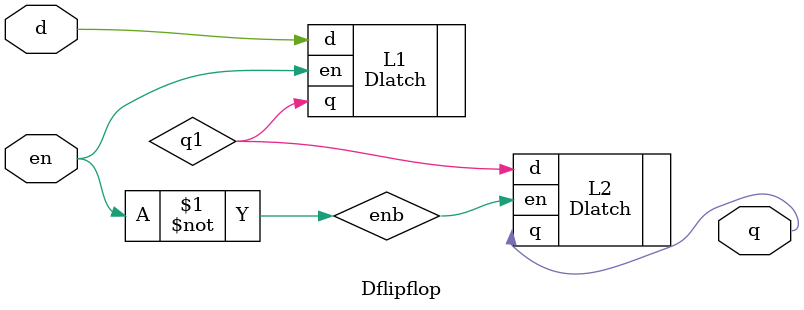
<source format=v>
`timescale 1ns / 1ps
module Dflipflop(
    input d,
    input en,
    output q
    );

	wire enb = ~en;
	wire q1;
	
	Dlatch L1 (
		.en(en), 
		.d(d), 
		.q(q1)
	);
	
	Dlatch L2 (
		.en(enb), 
		.d(q1), 
		.q(q)
	);
endmodule

</source>
